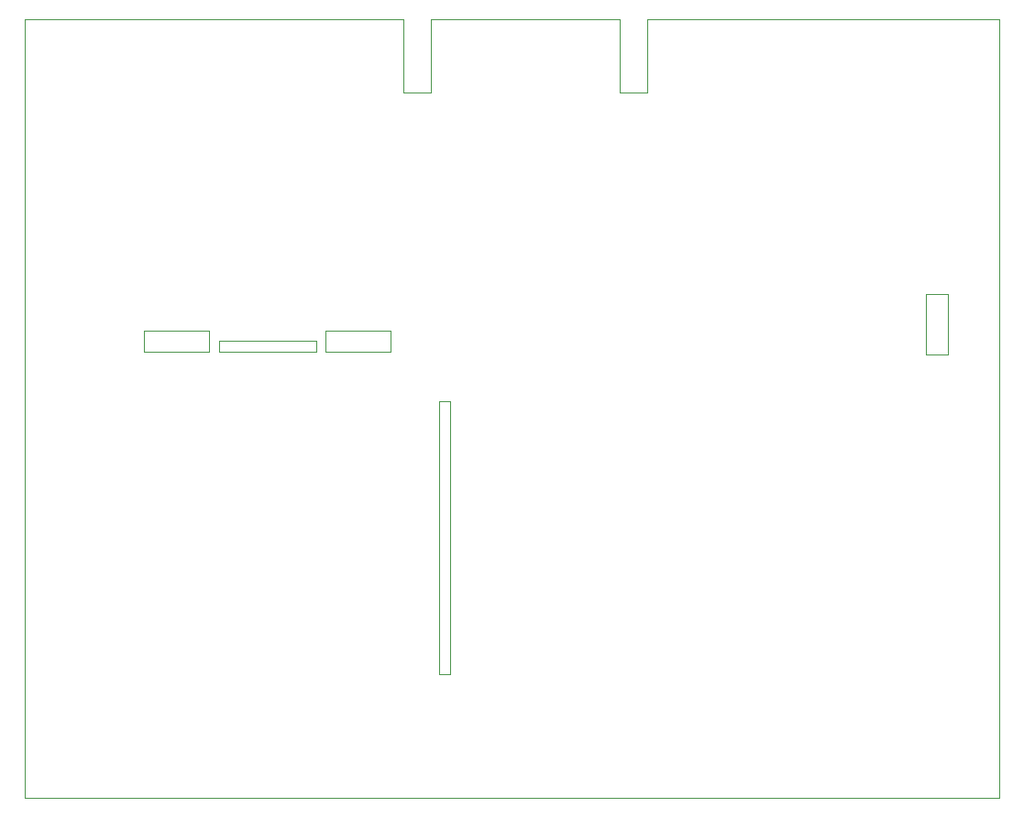
<source format=gbr>
%TF.GenerationSoftware,KiCad,Pcbnew,(5.1.10)-1*%
%TF.CreationDate,2021-12-03T15:52:50+05:30*%
%TF.ProjectId,Relay Board 2.0,52656c61-7920-4426-9f61-726420322e30,rev?*%
%TF.SameCoordinates,Original*%
%TF.FileFunction,Profile,NP*%
%FSLAX46Y46*%
G04 Gerber Fmt 4.6, Leading zero omitted, Abs format (unit mm)*
G04 Created by KiCad (PCBNEW (5.1.10)-1) date 2021-12-03 15:52:50*
%MOMM*%
%LPD*%
G01*
G04 APERTURE LIST*
%TA.AperFunction,Profile*%
%ADD10C,0.050000*%
%TD*%
G04 APERTURE END LIST*
D10*
X157509600Y-47010000D02*
X190000000Y-47000000D01*
X100000000Y-47000000D02*
X135009600Y-47010000D01*
X126940000Y-77720000D02*
X117940000Y-77720000D01*
X126940000Y-76720000D02*
X126940000Y-77720000D01*
X117940000Y-76720000D02*
X126940000Y-76720000D01*
X117940000Y-77720000D02*
X117940000Y-76720000D01*
X138320000Y-82300000D02*
X139320000Y-82300000D01*
X138320000Y-107500000D02*
X138320000Y-105500000D01*
X139320000Y-107500000D02*
X138320000Y-107500000D01*
X139320000Y-82300000D02*
X139320000Y-107500000D01*
X138320000Y-105500000D02*
X138320000Y-82300000D01*
X127810000Y-75770000D02*
X133810000Y-75770000D01*
X133810000Y-77770000D02*
X127810000Y-77770000D01*
X133810000Y-75770000D02*
X133810000Y-77770000D01*
X127810000Y-77770000D02*
X127810000Y-75770000D01*
X111030000Y-75750000D02*
X117030000Y-75750000D01*
X117030000Y-77750000D02*
X111030000Y-77750000D01*
X117030000Y-75750000D02*
X117030000Y-77750000D01*
X111030000Y-77750000D02*
X111030000Y-75750000D01*
X185250000Y-78010000D02*
X183250000Y-78010000D01*
X185260000Y-72430000D02*
X185250000Y-78010000D01*
X183260000Y-72430000D02*
X185260000Y-72430000D01*
X183250000Y-78010000D02*
X183260000Y-72430000D01*
X154970000Y-53810000D02*
X154969600Y-47000600D01*
X157509600Y-47010000D02*
X157509600Y-53810000D01*
X137549600Y-47000600D02*
X137549600Y-53800600D01*
X137549600Y-53800600D02*
X135009600Y-53800600D01*
X157509600Y-53810000D02*
X154970000Y-53810000D01*
X154969600Y-47000600D02*
X137549600Y-47000600D01*
X135009600Y-53800600D02*
X135009600Y-47010000D01*
X100000000Y-119000000D02*
X190000000Y-119000000D01*
X190000000Y-119000000D02*
X190000000Y-47000000D01*
X100000000Y-119000000D02*
X100000000Y-47000000D01*
M02*

</source>
